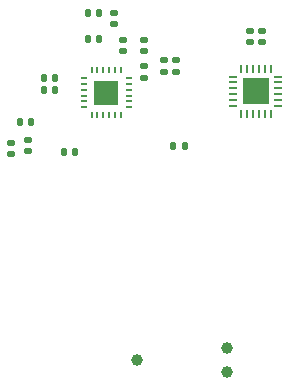
<source format=gbr>
%TF.GenerationSoftware,KiCad,Pcbnew,8.0.5*%
%TF.CreationDate,2025-04-19T21:57:35-04:00*%
%TF.ProjectId,tcg_counter,7463675f-636f-4756-9e74-65722e6b6963,1*%
%TF.SameCoordinates,Original*%
%TF.FileFunction,Soldermask,Bot*%
%TF.FilePolarity,Negative*%
%FSLAX46Y46*%
G04 Gerber Fmt 4.6, Leading zero omitted, Abs format (unit mm)*
G04 Created by KiCad (PCBNEW 8.0.5) date 2025-04-19 21:57:35*
%MOMM*%
%LPD*%
G01*
G04 APERTURE LIST*
G04 Aperture macros list*
%AMRoundRect*
0 Rectangle with rounded corners*
0 $1 Rounding radius*
0 $2 $3 $4 $5 $6 $7 $8 $9 X,Y pos of 4 corners*
0 Add a 4 corners polygon primitive as box body*
4,1,4,$2,$3,$4,$5,$6,$7,$8,$9,$2,$3,0*
0 Add four circle primitives for the rounded corners*
1,1,$1+$1,$2,$3*
1,1,$1+$1,$4,$5*
1,1,$1+$1,$6,$7*
1,1,$1+$1,$8,$9*
0 Add four rect primitives between the rounded corners*
20,1,$1+$1,$2,$3,$4,$5,0*
20,1,$1+$1,$4,$5,$6,$7,0*
20,1,$1+$1,$6,$7,$8,$9,0*
20,1,$1+$1,$8,$9,$2,$3,0*%
G04 Aperture macros list end*
%ADD10C,0.990600*%
%ADD11O,0.240000X0.599999*%
%ADD12O,0.599999X0.240000*%
%ADD13R,2.100001X2.100001*%
%ADD14RoundRect,0.140000X0.170000X-0.140000X0.170000X0.140000X-0.170000X0.140000X-0.170000X-0.140000X0*%
%ADD15RoundRect,0.135000X-0.185000X0.135000X-0.185000X-0.135000X0.185000X-0.135000X0.185000X0.135000X0*%
%ADD16RoundRect,0.147500X-0.172500X0.147500X-0.172500X-0.147500X0.172500X-0.147500X0.172500X0.147500X0*%
%ADD17RoundRect,0.140000X0.140000X0.170000X-0.140000X0.170000X-0.140000X-0.170000X0.140000X-0.170000X0*%
%ADD18RoundRect,0.140000X-0.170000X0.140000X-0.170000X-0.140000X0.170000X-0.140000X0.170000X0.140000X0*%
%ADD19R,0.711200X0.254000*%
%ADD20R,0.254000X0.711200*%
%ADD21R,2.311400X2.311400*%
%ADD22RoundRect,0.140000X-0.140000X-0.170000X0.140000X-0.170000X0.140000X0.170000X-0.140000X0.170000X0*%
%ADD23RoundRect,0.135000X0.135000X0.185000X-0.135000X0.185000X-0.135000X-0.185000X0.135000X-0.185000X0*%
G04 APERTURE END LIST*
D10*
%TO.C,P1*%
X137690000Y-126635000D03*
X145310000Y-125619000D03*
X145310000Y-127651000D03*
%TD*%
D11*
%TO.C,U3*%
X133850001Y-102100001D03*
X134350000Y-102100001D03*
X134850001Y-102100001D03*
X135350001Y-102100001D03*
X135850002Y-102100001D03*
X136350001Y-102100001D03*
D12*
X137000000Y-102750000D03*
X137000000Y-103249999D03*
X137000000Y-103750000D03*
X137000000Y-104250000D03*
X137000000Y-104750001D03*
X137000000Y-105250000D03*
D11*
X136350001Y-105899999D03*
X135850002Y-105899999D03*
X135350001Y-105899999D03*
X134850001Y-105899999D03*
X134350000Y-105899999D03*
X133850001Y-105899999D03*
D12*
X133200002Y-105250000D03*
X133200002Y-104750001D03*
X133200002Y-104250000D03*
X133200002Y-103750000D03*
X133200002Y-103249999D03*
X133200002Y-102750000D03*
D13*
X135100001Y-104000000D03*
%TD*%
D14*
%TO.C,C2*%
X135750000Y-98230000D03*
X135750000Y-97270000D03*
%TD*%
D15*
%TO.C,R5*%
X141000000Y-101230000D03*
X141000000Y-102250000D03*
%TD*%
D16*
%TO.C,R2*%
X127000000Y-108250000D03*
X127000000Y-109220000D03*
%TD*%
D14*
%TO.C,C5*%
X138250000Y-102750000D03*
X138250000Y-101790000D03*
%TD*%
D17*
%TO.C,C9*%
X128750000Y-106500000D03*
X127790000Y-106500000D03*
%TD*%
D16*
%TO.C,R3*%
X128500000Y-108015000D03*
X128500000Y-108985000D03*
%TD*%
D15*
%TO.C,R4*%
X140000000Y-101230000D03*
X140000000Y-102250000D03*
%TD*%
D18*
%TO.C,C7*%
X138250000Y-99540000D03*
X138250000Y-100500000D03*
%TD*%
D17*
%TO.C,C3*%
X130750000Y-102750000D03*
X129790000Y-102750000D03*
%TD*%
D19*
%TO.C,U1*%
X149642301Y-102642300D03*
X149642301Y-103142299D03*
X149642301Y-103642300D03*
X149642301Y-104142300D03*
X149642301Y-104642301D03*
X149642301Y-105142300D03*
D20*
X149000001Y-105784600D03*
X148500002Y-105784600D03*
X148000001Y-105784600D03*
X147500001Y-105784600D03*
X147000000Y-105784600D03*
X146500001Y-105784600D03*
D19*
X145857701Y-105142300D03*
X145857701Y-104642301D03*
X145857701Y-104142300D03*
X145857701Y-103642300D03*
X145857701Y-103142299D03*
X145857701Y-102642300D03*
D20*
X146500001Y-102000000D03*
X147000000Y-102000000D03*
X147500001Y-102000000D03*
X148000001Y-102000000D03*
X148500002Y-102000000D03*
X149000001Y-102000000D03*
D21*
X147750001Y-103892300D03*
%TD*%
D14*
%TO.C,C11*%
X148250000Y-99750000D03*
X148250000Y-98790000D03*
%TD*%
D22*
%TO.C,C8*%
X133520000Y-97250000D03*
X134480000Y-97250000D03*
%TD*%
D23*
%TO.C,R1*%
X141760000Y-108500000D03*
X140740000Y-108500000D03*
%TD*%
D17*
%TO.C,C4*%
X130750000Y-103750000D03*
X129790000Y-103750000D03*
%TD*%
D14*
%TO.C,C12*%
X147250000Y-99750000D03*
X147250000Y-98790000D03*
%TD*%
D22*
%TO.C,C10*%
X133520000Y-99500000D03*
X134480000Y-99500000D03*
%TD*%
D14*
%TO.C,C1*%
X136500000Y-100500000D03*
X136500000Y-99540000D03*
%TD*%
D17*
%TO.C,C6*%
X132480000Y-109000000D03*
X131520000Y-109000000D03*
%TD*%
M02*

</source>
